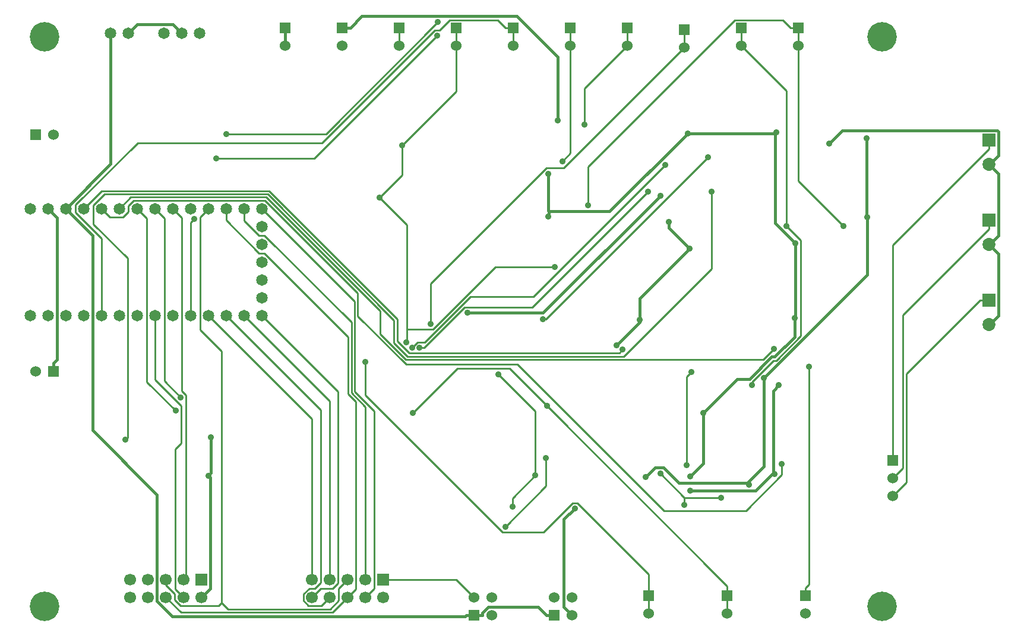
<source format=gbl>
%TF.GenerationSoftware,KiCad,Pcbnew,5.1.7-a382d34a8~87~ubuntu18.04.1*%
%TF.CreationDate,2023-02-22T19:37:10-08:00*%
%TF.ProjectId,potentiostat,706f7465-6e74-4696-9f73-7461742e6b69,rev?*%
%TF.SameCoordinates,Original*%
%TF.FileFunction,Copper,L2,Bot*%
%TF.FilePolarity,Positive*%
%FSLAX46Y46*%
G04 Gerber Fmt 4.6, Leading zero omitted, Abs format (unit mm)*
G04 Created by KiCad (PCBNEW 5.1.7-a382d34a8~87~ubuntu18.04.1) date 2023-02-22 19:37:10*
%MOMM*%
%LPD*%
G01*
G04 APERTURE LIST*
%TA.AperFunction,ComponentPad*%
%ADD10C,1.651000*%
%TD*%
%TA.AperFunction,ComponentPad*%
%ADD11R,1.524000X1.524000*%
%TD*%
%TA.AperFunction,ComponentPad*%
%ADD12C,1.524000*%
%TD*%
%TA.AperFunction,ComponentPad*%
%ADD13C,1.700000*%
%TD*%
%TA.AperFunction,ComponentPad*%
%ADD14R,1.700000X1.700000*%
%TD*%
%TA.AperFunction,ComponentPad*%
%ADD15C,4.200000*%
%TD*%
%TA.AperFunction,ComponentPad*%
%ADD16R,1.854200X1.854200*%
%TD*%
%TA.AperFunction,ComponentPad*%
%ADD17C,1.854200*%
%TD*%
%TA.AperFunction,ViaPad*%
%ADD18C,0.889000*%
%TD*%
%TA.AperFunction,Conductor*%
%ADD19C,0.381000*%
%TD*%
%TA.AperFunction,Conductor*%
%ADD20C,0.254000*%
%TD*%
G04 APERTURE END LIST*
D10*
%TO.P,U2,33*%
%TO.N,Net-(U2-Pad33)*%
X52540000Y-79180000D03*
%TO.P,U2,32*%
%TO.N,/GND*%
X55080000Y-79180000D03*
%TO.P,U2,31*%
%TO.N,/5V*%
X57620000Y-79180000D03*
%TO.P,U2,30*%
%TO.N,/SW_WRK_ELECT*%
X60160000Y-79180000D03*
%TO.P,U2,29*%
%TO.N,/SW_REF_ELECT*%
X62700000Y-79180000D03*
%TO.P,U2,28*%
%TO.N,/SW_CTR_ELECT*%
X65240000Y-79180000D03*
%TO.P,U2,27*%
%TO.N,/TIA_GAIN_A1*%
X67780000Y-79180000D03*
%TO.P,U2,26*%
%TO.N,/TIA_GAIN_A0*%
X70320000Y-79180000D03*
%TO.P,U2,25*%
%TO.N,/D7*%
X72860000Y-79180000D03*
%TO.P,U2,24*%
%TO.N,Net-(U2-Pad24)*%
X75400000Y-79180000D03*
%TO.P,U2,23*%
%TO.N,/SCL*%
X77940000Y-79180000D03*
%TO.P,U2,22*%
%TO.N,/SDA*%
X80480000Y-79180000D03*
%TO.P,U2,21*%
%TO.N,/TX_D1*%
X83020000Y-79180000D03*
%TO.P,U2,20*%
%TO.N,/RX_D0*%
X85560000Y-79180000D03*
%TO.P,U2,19*%
%TO.N,/DAC_GAIN_A1*%
X85560000Y-81720000D03*
%TO.P,U2,18*%
%TO.N,/DAC_GAIN_A0*%
X85560000Y-84260000D03*
%TO.P,U2,17*%
%TO.N,Net-(U2-Pad17)*%
X85560000Y-86800000D03*
%TO.P,U2,16*%
%TO.N,Net-(U2-Pad16)*%
X85560000Y-89340000D03*
%TO.P,U2,15*%
%TO.N,Net-(U2-Pad15)*%
X85560000Y-91880000D03*
%TO.P,U2,14*%
%TO.N,/CS*%
X85560000Y-94420000D03*
%TO.P,U2,13*%
%TO.N,/POCI*%
X83020000Y-94420000D03*
%TO.P,U2,12*%
%TO.N,/PICO*%
X80480000Y-94420000D03*
%TO.P,U2,11*%
%TO.N,/SCK*%
X77940000Y-94420000D03*
%TO.P,U2,10*%
%TO.N,/REF_GAIN_A1*%
X75400000Y-94420000D03*
%TO.P,U2,9*%
%TO.N,/REF_GAIN_A0*%
X72860000Y-94420000D03*
%TO.P,U2,8*%
%TO.N,/A3_D17*%
X70320000Y-94420000D03*
%TO.P,U2,7*%
%TO.N,/REF_ELECT_UNI*%
X67780000Y-94420000D03*
%TO.P,U2,6*%
%TO.N,/TIA_OUT_UNI*%
X65240000Y-94420000D03*
%TO.P,U2,5*%
%TO.N,/DAC_UNI*%
X62700000Y-94420000D03*
%TO.P,U2,4*%
%TO.N,Net-(U2-Pad4)*%
X60160000Y-94420000D03*
%TO.P,U2,3*%
%TO.N,Net-(U2-Pad3)*%
X57620000Y-94420000D03*
%TO.P,U2,2*%
%TO.N,/3V3*%
X55080000Y-94420000D03*
%TO.P,U2,1*%
%TO.N,Net-(U2-Pad1)*%
X52540000Y-94420000D03*
%TD*%
D11*
%TO.P,P5,1*%
%TO.N,/GND*%
X53340000Y-68580000D03*
D12*
%TO.P,P5,2*%
X55880000Y-68580000D03*
%TD*%
D11*
%TO.P,K1,1*%
%TO.N,/CTR_ELECT_OUT*%
X175514000Y-115062000D03*
D12*
%TO.P,K1,2*%
%TO.N,/REF_ELECT_OUT*%
X175514000Y-117602000D03*
%TO.P,K1,3*%
%TO.N,/WRK_ELECT_OUT*%
X175514000Y-120142000D03*
%TD*%
D13*
%TO.P,P14,10*%
%TO.N,/CS*%
X66802000Y-134620000D03*
%TO.P,P14,9*%
%TO.N,/SCK*%
X66802000Y-132080000D03*
%TO.P,P14,8*%
%TO.N,/PICO*%
X69342000Y-134620000D03*
%TO.P,P14,7*%
%TO.N,/POCI*%
X69342000Y-132080000D03*
%TO.P,P14,6*%
%TO.N,/SDA*%
X71882000Y-134620000D03*
%TO.P,P14,5*%
%TO.N,/SCL*%
X71882000Y-132080000D03*
%TO.P,P14,4*%
%TO.N,/A3_D17*%
X74422000Y-134620000D03*
%TO.P,P14,3*%
%TO.N,/D7*%
X74422000Y-132080000D03*
%TO.P,P14,2*%
%TO.N,/GND*%
X76962000Y-134620000D03*
D14*
%TO.P,P14,1*%
%TO.N,/VEXP*%
X76962000Y-132080000D03*
%TD*%
D13*
%TO.P,P13,10*%
%TO.N,/CS*%
X92710000Y-134620000D03*
%TO.P,P13,9*%
%TO.N,/SCK*%
X92710000Y-132080000D03*
%TO.P,P13,8*%
%TO.N,/PICO*%
X95250000Y-134620000D03*
%TO.P,P13,7*%
%TO.N,/POCI*%
X95250000Y-132080000D03*
%TO.P,P13,6*%
%TO.N,/SDA*%
X97790000Y-134620000D03*
%TO.P,P13,5*%
%TO.N,/SCL*%
X97790000Y-132080000D03*
%TO.P,P13,4*%
%TO.N,/RX_D0*%
X100330000Y-134620000D03*
%TO.P,P13,3*%
%TO.N,/TX_D1*%
X100330000Y-132080000D03*
%TO.P,P13,2*%
%TO.N,/GND*%
X102870000Y-134620000D03*
D14*
%TO.P,P13,1*%
%TO.N,/VUEXT*%
X102870000Y-132080000D03*
%TD*%
D11*
%TO.P,P7,1*%
%TO.N,/DAC_BIP*%
X129540000Y-53340000D03*
D12*
%TO.P,P7,2*%
X129540000Y-55880000D03*
%TD*%
D11*
%TO.P,P9,1*%
%TO.N,/DAC_BIP_NX*%
X137668000Y-53340000D03*
D12*
%TO.P,P9,2*%
X137668000Y-55880000D03*
%TD*%
D11*
%TO.P,P20,1*%
%TO.N,/CTR_ELECT*%
X163068000Y-134366000D03*
D12*
%TO.P,P20,2*%
X163068000Y-136906000D03*
%TD*%
%TO.P,P21,2*%
%TO.N,/REF_ELECT_UNI*%
X145796000Y-56134000D03*
D11*
%TO.P,P21,1*%
X145796000Y-53594000D03*
%TD*%
%TO.P,P19,1*%
%TO.N,/REF_ELECT_BUF*%
X153924000Y-53340000D03*
D12*
%TO.P,P19,2*%
X153924000Y-55880000D03*
%TD*%
D11*
%TO.P,P6,1*%
%TO.N,/DAC_UNI*%
X121412000Y-53340000D03*
D12*
%TO.P,P6,2*%
X121412000Y-55880000D03*
%TD*%
D11*
%TO.P,P10,1*%
%TO.N,/REF_1V65*%
X105156000Y-53340000D03*
D12*
%TO.P,P10,2*%
X105156000Y-55880000D03*
%TD*%
D11*
%TO.P,P12,1*%
%TO.N,/+15V*%
X97028000Y-53340000D03*
D12*
%TO.P,P12,2*%
X97028000Y-55880000D03*
%TD*%
D11*
%TO.P,P11,1*%
%TO.N,/-15V*%
X88900000Y-53340000D03*
D12*
%TO.P,P11,2*%
X88900000Y-55880000D03*
%TD*%
D11*
%TO.P,P4,1*%
%TO.N,/GND*%
X55880000Y-102362000D03*
D12*
%TO.P,P4,2*%
X53340000Y-102362000D03*
%TD*%
D11*
%TO.P,P18,1*%
%TO.N,/TIA_OUT_UNI*%
X140716000Y-134366000D03*
D12*
%TO.P,P18,2*%
X140716000Y-136906000D03*
%TD*%
D11*
%TO.P,P17,1*%
%TO.N,/TIA_OUT_BIP*%
X151892000Y-134366000D03*
D12*
%TO.P,P17,2*%
X151892000Y-136906000D03*
%TD*%
D11*
%TO.P,P8,1*%
%TO.N,/REF_NEG_1V65*%
X113284000Y-53340000D03*
D12*
%TO.P,P8,2*%
X113284000Y-55880000D03*
%TD*%
D11*
%TO.P,P16,1*%
%TO.N,/5V*%
X127254000Y-137160000D03*
D12*
%TO.P,P16,2*%
%TO.N,/VEXP*%
X127254000Y-134620000D03*
%TO.P,P16,3*%
%TO.N,/3V3*%
X129794000Y-137160000D03*
%TO.P,P16,4*%
%TO.N,/VEXP*%
X129794000Y-134620000D03*
%TD*%
D11*
%TO.P,P15,1*%
%TO.N,/5V*%
X115824000Y-137160000D03*
D12*
%TO.P,P15,2*%
%TO.N,/VUEXT*%
X115824000Y-134620000D03*
%TO.P,P15,3*%
%TO.N,/3V3*%
X118364000Y-137160000D03*
%TO.P,P15,4*%
%TO.N,/VUEXT*%
X118364000Y-134620000D03*
%TD*%
D15*
%TO.P,H3,*%
%TO.N,*%
X173990000Y-135890000D03*
%TD*%
%TO.P,H4,*%
%TO.N,*%
X54610000Y-135890000D03*
%TD*%
%TO.P,H1,*%
%TO.N,*%
X54610000Y-54610000D03*
%TD*%
%TO.P,H2,*%
%TO.N,*%
X173990000Y-54610000D03*
%TD*%
D11*
%TO.P,P22,1*%
%TO.N,/REF_ELECT_BIP*%
X162052000Y-53340000D03*
D12*
%TO.P,P22,2*%
X162052000Y-55880000D03*
%TD*%
D10*
%TO.P,U6,1*%
%TO.N,/5V*%
X64008000Y-54102000D03*
%TO.P,U6,2*%
%TO.N,/GND*%
X66548000Y-54102000D03*
%TO.P,U6,4*%
%TO.N,/-15V*%
X71628000Y-54102000D03*
%TO.P,U6,5*%
%TO.N,/GND*%
X74168000Y-54102000D03*
%TO.P,U6,6*%
%TO.N,/+15V*%
X76708000Y-54102000D03*
%TD*%
D16*
%TO.P,P1,1*%
%TO.N,/CTR_ELECT_OUT*%
X189230000Y-69369940D03*
D17*
%TO.P,P1,2*%
%TO.N,/GND*%
X189230000Y-72870060D03*
%TD*%
%TO.P,P2,2*%
%TO.N,/GND*%
X189230000Y-84300060D03*
D16*
%TO.P,P2,1*%
%TO.N,/REF_ELECT_OUT*%
X189230000Y-80799940D03*
%TD*%
%TO.P,P3,1*%
%TO.N,/WRK_ELECT_OUT*%
X189230000Y-92229940D03*
D17*
%TO.P,P3,2*%
%TO.N,/GND*%
X189230000Y-95730060D03*
%TD*%
D18*
%TO.N,/3V3*%
X130176000Y-121935500D03*
X142366200Y-77313000D03*
X114864700Y-94014300D03*
%TO.N,/CTR_ELECT*%
X163539000Y-101727000D03*
%TO.N,/DAC_BIP*%
X128422800Y-72383600D03*
%TO.N,/DAC_BIP_NX*%
X131541400Y-67204600D03*
%TO.N,/GND*%
X146558000Y-84836000D03*
X136080100Y-98660100D03*
X139391200Y-95065900D03*
X146612500Y-119389300D03*
X143605100Y-81037000D03*
X158612100Y-117075300D03*
X78333900Y-111809700D03*
X77958200Y-117280900D03*
X159253900Y-104362300D03*
X166466900Y-69850000D03*
%TO.N,/REF_ELECT_BUF*%
X160378800Y-81660900D03*
X155392800Y-104338200D03*
%TO.N,/REF_ELECT_UNI*%
X109603200Y-95616100D03*
%TO.N,/TIA_OUT_BIP*%
X107040800Y-108349400D03*
X126174000Y-107291700D03*
%TO.N,/TIA_OUT_UNI*%
X100347400Y-101074600D03*
%TO.N,/WRK_ELECT*%
X142375000Y-116993100D03*
X145807200Y-121479400D03*
X150996400Y-120396000D03*
%TO.N,/-15V*%
X161521800Y-94779600D03*
X148498100Y-108349600D03*
X161579600Y-84071500D03*
X126422800Y-80264000D03*
X146263800Y-68432000D03*
X126398600Y-74238600D03*
X146607000Y-117396600D03*
X158901300Y-68242500D03*
%TO.N,/+15V*%
X140265500Y-117488100D03*
X171800400Y-69128900D03*
X154982000Y-118548300D03*
X127721900Y-66548000D03*
X157116900Y-103339900D03*
X171873100Y-80391000D03*
%TO.N,/REF_ELECT_BIP*%
X168469300Y-81661000D03*
X132086300Y-78713400D03*
%TO.N,Net-(R27-Pad2)*%
X121265400Y-121675500D03*
X124555200Y-117220800D03*
X119252400Y-102777400D03*
%TO.N,/SW_GAIN_1X*%
X125629900Y-94924000D03*
X149149900Y-71805100D03*
%TO.N,/SW_GAIN_2X*%
X143026700Y-72895300D03*
X106958800Y-99005800D03*
%TO.N,/SW_GAIN_5X*%
X108051400Y-99005800D03*
X140627600Y-76747400D03*
%TO.N,/SW_GAIN_10X*%
X149706000Y-76759800D03*
X66127000Y-112141000D03*
%TO.N,/REF_GAIN_A1*%
X75914800Y-80665800D03*
%TO.N,/SW_WRK_ELECT*%
X137000800Y-99284700D03*
%TO.N,/SW_REF_ELECT*%
X159690100Y-115559900D03*
%TO.N,/SW_CTR_ELECT*%
X158588400Y-99174300D03*
%TO.N,/TIA_GAIN_A1*%
X73280000Y-108005100D03*
%TO.N,/TIA_GAIN_A0*%
X73965400Y-106102200D03*
%TO.N,/SW_GAIN_INV_1X*%
X80529200Y-68501500D03*
X110676600Y-52551100D03*
%TO.N,/SW_GAIN_INV_5X*%
X79073900Y-71960500D03*
X110513400Y-54457300D03*
%TO.N,/SW_TIA_GAIN_4*%
X120255400Y-124546800D03*
X126054600Y-114765800D03*
%TO.N,Net-(U7-Pad10)*%
X146755200Y-102489000D03*
X146090900Y-115767200D03*
%TO.N,/REF_NEG_1V65*%
X127305600Y-87482800D03*
X106161000Y-98258300D03*
X105554400Y-70119800D03*
X102309100Y-77585400D03*
%TD*%
D19*
%TO.N,/3V3*%
X129794000Y-137160000D02*
X128603400Y-135969400D01*
X128603400Y-135969400D02*
X128603400Y-123508100D01*
X128603400Y-123508100D02*
X130176000Y-121935500D01*
X114864700Y-94014300D02*
X125664900Y-94014300D01*
X125664900Y-94014300D02*
X142366200Y-77313000D01*
%TO.N,/5V*%
X64008000Y-54102000D02*
X64008000Y-72792000D01*
X64008000Y-72792000D02*
X57620000Y-79180000D01*
X57620000Y-79180000D02*
X61430000Y-82990000D01*
X61430000Y-82990000D02*
X61430000Y-110800900D01*
X61430000Y-110800900D02*
X70612000Y-119982900D01*
X70612000Y-119982900D02*
X70612000Y-135143300D01*
X70612000Y-135143300D02*
X72805800Y-137337100D01*
X72805800Y-137337100D02*
X114490900Y-137337100D01*
X114490900Y-137337100D02*
X114668000Y-137160000D01*
X115824000Y-137160000D02*
X114668000Y-137160000D01*
X116402000Y-137160000D02*
X115824000Y-137160000D01*
X116402000Y-137160000D02*
X116980000Y-137160000D01*
X127254000Y-137160000D02*
X126098000Y-137160000D01*
X116980000Y-137160000D02*
X116980000Y-136871000D01*
X116980000Y-136871000D02*
X117847000Y-136004000D01*
X117847000Y-136004000D02*
X124942000Y-136004000D01*
X124942000Y-136004000D02*
X126098000Y-137160000D01*
D20*
%TO.N,/CS*%
X92710000Y-134620000D02*
X93980000Y-133350000D01*
X93980000Y-133350000D02*
X95683100Y-133350000D01*
X95683100Y-133350000D02*
X96448500Y-132584600D01*
X96448500Y-132584600D02*
X96448500Y-105308500D01*
X96448500Y-105308500D02*
X85560000Y-94420000D01*
%TO.N,/CTR_ELECT*%
X163068000Y-133273500D02*
X163539000Y-132802500D01*
X163539000Y-132802500D02*
X163539000Y-101727000D01*
X163068000Y-133819700D02*
X163068000Y-134366000D01*
X163068000Y-133819700D02*
X163068000Y-133273500D01*
%TO.N,/DAC_BIP*%
X129540000Y-55880000D02*
X129540000Y-71266400D01*
X129540000Y-71266400D02*
X128422800Y-72383600D01*
X129540000Y-53340000D02*
X129540000Y-55880000D01*
%TO.N,/DAC_BIP_NX*%
X137668000Y-55880000D02*
X131541400Y-62006600D01*
X131541400Y-62006600D02*
X131541400Y-67204600D01*
X137668000Y-53340000D02*
X137668000Y-55880000D01*
%TO.N,/DAC_UNI*%
X120319500Y-53340000D02*
X119226900Y-52247400D01*
X119226900Y-52247400D02*
X112356500Y-52247400D01*
X112356500Y-52247400D02*
X110921600Y-53682300D01*
X110921600Y-53682300D02*
X110192500Y-53682300D01*
X110192500Y-53682300D02*
X94103600Y-69771200D01*
X94103600Y-69771200D02*
X67869400Y-69771200D01*
X67869400Y-69771200D02*
X59002100Y-78638500D01*
X59002100Y-78638500D02*
X59002100Y-79737500D01*
X59002100Y-79737500D02*
X62700000Y-83435400D01*
X62700000Y-83435400D02*
X62700000Y-94420000D01*
X121412000Y-53340000D02*
X120319500Y-53340000D01*
X121412000Y-55880000D02*
X121412000Y-53340000D01*
D19*
%TO.N,/GND*%
X146558000Y-84836000D02*
X139391200Y-92002800D01*
X139391200Y-92002800D02*
X139391200Y-95065900D01*
X143605100Y-81037000D02*
X143605100Y-81883100D01*
X143605100Y-81883100D02*
X146558000Y-84836000D01*
X189230000Y-84300100D02*
X190551200Y-85621300D01*
X190551200Y-85621300D02*
X190551200Y-94408900D01*
X190551200Y-94408900D02*
X189230000Y-95730100D01*
X189230000Y-84300100D02*
X190551200Y-82978900D01*
X190551200Y-82978900D02*
X190551200Y-74191300D01*
X190551200Y-74191300D02*
X189230000Y-72870100D01*
X139391200Y-95065900D02*
X139391200Y-95349000D01*
X139391200Y-95349000D02*
X136080100Y-98660100D01*
X55880000Y-102362000D02*
X55880000Y-101206000D01*
X55080000Y-79180000D02*
X56350000Y-80450000D01*
X56350000Y-80450000D02*
X56350000Y-100736000D01*
X56350000Y-100736000D02*
X55880000Y-101206000D01*
X158441800Y-116905000D02*
X158441800Y-105174400D01*
X158441800Y-105174400D02*
X159253900Y-104362300D01*
X158612100Y-117075300D02*
X158441800Y-116905000D01*
X158441800Y-116905000D02*
X155957500Y-119389300D01*
X155957500Y-119389300D02*
X146612500Y-119389300D01*
X74168000Y-54102000D02*
X72908800Y-52842800D01*
X72908800Y-52842800D02*
X67807200Y-52842800D01*
X67807200Y-52842800D02*
X66548000Y-54102000D01*
X77958200Y-117280900D02*
X78333900Y-116905200D01*
X78333900Y-116905200D02*
X78333900Y-111809700D01*
X76962000Y-134620000D02*
X78240000Y-133342000D01*
X78240000Y-133342000D02*
X78240000Y-117562700D01*
X78240000Y-117562700D02*
X77958200Y-117280900D01*
X189230000Y-72870100D02*
X190551200Y-71548900D01*
X190551200Y-71548900D02*
X190551200Y-68211400D01*
X190551200Y-68211400D02*
X190366600Y-68026800D01*
X190366600Y-68026800D02*
X168290100Y-68026800D01*
X168290100Y-68026800D02*
X166466900Y-69850000D01*
D20*
%TO.N,/REF_ELECT_BUF*%
X155392800Y-104338200D02*
X155392800Y-103946300D01*
X155392800Y-103946300D02*
X158513000Y-100826100D01*
X158513000Y-100826100D02*
X158906100Y-100826100D01*
X158906100Y-100826100D02*
X162397200Y-97335000D01*
X162397200Y-97335000D02*
X162397200Y-83679300D01*
X162397200Y-83679300D02*
X160378800Y-81660900D01*
X153924000Y-55880000D02*
X160378800Y-62334800D01*
X160378800Y-62334800D02*
X160378800Y-81660900D01*
X153924000Y-55880000D02*
X153924000Y-53340000D01*
%TO.N,/REF_ELECT_UNI*%
X145796000Y-56134000D02*
X145796000Y-53594000D01*
X109603200Y-95616100D02*
X109603200Y-89873900D01*
X109603200Y-89873900D02*
X126091800Y-73385300D01*
X126091800Y-73385300D02*
X128544700Y-73385300D01*
X128544700Y-73385300D02*
X145796000Y-56134000D01*
%TO.N,/SCK*%
X92710000Y-132080000D02*
X92710000Y-109190000D01*
X92710000Y-109190000D02*
X77940000Y-94420000D01*
%TO.N,/SCL*%
X79812800Y-135369600D02*
X79812800Y-99484400D01*
X79812800Y-99484400D02*
X76783900Y-96455500D01*
X76783900Y-96455500D02*
X76783900Y-80336100D01*
X76783900Y-80336100D02*
X77940000Y-79180000D01*
X71882000Y-132080000D02*
X71882000Y-132838800D01*
X71882000Y-132838800D02*
X73152000Y-134108800D01*
X73152000Y-134108800D02*
X73152000Y-135023200D01*
X73152000Y-135023200D02*
X73955900Y-135827100D01*
X73955900Y-135827100D02*
X79355300Y-135827100D01*
X79355300Y-135827100D02*
X79812800Y-135369600D01*
X97790000Y-132080000D02*
X96520000Y-133350000D01*
X96520000Y-133350000D02*
X96520000Y-135068200D01*
X96520000Y-135068200D02*
X95278800Y-136309400D01*
X95278800Y-136309400D02*
X80752600Y-136309400D01*
X80752600Y-136309400D02*
X79812800Y-135369600D01*
%TO.N,/SDA*%
X80480000Y-79180000D02*
X80480000Y-80818400D01*
X80480000Y-80818400D02*
X85191600Y-85530000D01*
X85191600Y-85530000D02*
X85951700Y-85530000D01*
X85951700Y-85530000D02*
X97868800Y-97447100D01*
X97868800Y-97447100D02*
X97868800Y-105636800D01*
X97868800Y-105636800D02*
X98980600Y-106748600D01*
X98980600Y-106748600D02*
X98980600Y-133429400D01*
X98980600Y-133429400D02*
X97790000Y-134620000D01*
X71882000Y-134620000D02*
X74029400Y-136767400D01*
X74029400Y-136767400D02*
X95642600Y-136767400D01*
X95642600Y-136767400D02*
X97790000Y-134620000D01*
%TO.N,/TIA_OUT_BIP*%
X107040800Y-108349400D02*
X113419600Y-101970600D01*
X113419600Y-101970600D02*
X120852900Y-101970600D01*
X120852900Y-101970600D02*
X126174000Y-107291700D01*
X126174000Y-107291700D02*
X151892000Y-133009700D01*
X151892000Y-133009700D02*
X151892000Y-133273500D01*
X151892000Y-134366000D02*
X151892000Y-133273500D01*
X151892000Y-136906000D02*
X151892000Y-134366000D01*
%TO.N,/TIA_OUT_UNI*%
X140716000Y-134366000D02*
X140716000Y-131371800D01*
X140716000Y-131371800D02*
X130504700Y-121160500D01*
X130504700Y-121160500D02*
X129855100Y-121160500D01*
X129855100Y-121160500D02*
X125693700Y-125321900D01*
X125693700Y-125321900D02*
X119860900Y-125321900D01*
X119860900Y-125321900D02*
X100347400Y-105808400D01*
X100347400Y-105808400D02*
X100347400Y-101074600D01*
X140716000Y-136906000D02*
X140716000Y-134366000D01*
%TO.N,/VUEXT*%
X102870000Y-132080000D02*
X113284000Y-132080000D01*
X113284000Y-132080000D02*
X115824000Y-134620000D01*
%TO.N,/WRK_ELECT*%
X145807200Y-120396000D02*
X145807200Y-121479400D01*
X145807200Y-120396000D02*
X145777900Y-120396000D01*
X145777900Y-120396000D02*
X142375000Y-116993100D01*
X150996400Y-120396000D02*
X145807200Y-120396000D01*
D19*
%TO.N,/-15V*%
X148498100Y-108349600D02*
X153348100Y-103499600D01*
X153348100Y-103499600D02*
X155051300Y-103499600D01*
X155051300Y-103499600D02*
X158245800Y-100305100D01*
X158245800Y-100305100D02*
X158666900Y-100305100D01*
X158666900Y-100305100D02*
X161521800Y-97450200D01*
X161521800Y-97450200D02*
X161521800Y-94779600D01*
X146607000Y-117396600D02*
X148498100Y-115505500D01*
X148498100Y-115505500D02*
X148498100Y-108349600D01*
X158721500Y-68432000D02*
X158721500Y-81213400D01*
X158721500Y-81213400D02*
X161579600Y-84071500D01*
X161579600Y-84071500D02*
X161579600Y-94721800D01*
X161579600Y-94721800D02*
X161521800Y-94779600D01*
X158721500Y-68432000D02*
X158721500Y-68422300D01*
X158721500Y-68422300D02*
X158901300Y-68242500D01*
X126497000Y-79572900D02*
X126497000Y-80189800D01*
X126497000Y-80189800D02*
X126422800Y-80264000D01*
X126398600Y-74238600D02*
X126398600Y-79474500D01*
X126398600Y-79474500D02*
X126497000Y-79572900D01*
X126497000Y-79572900D02*
X135122900Y-79572900D01*
X135122900Y-79572900D02*
X146263800Y-68432000D01*
X146263800Y-68432000D02*
X158721500Y-68432000D01*
X88900000Y-55880000D02*
X88900000Y-53340000D01*
%TO.N,/+15V*%
X157116900Y-103339900D02*
X157129100Y-103339900D01*
X157129100Y-103339900D02*
X171873100Y-88595900D01*
X171873100Y-88595900D02*
X171873100Y-80391000D01*
X154730300Y-118296600D02*
X144997200Y-118296600D01*
X144997200Y-118296600D02*
X142826700Y-116126100D01*
X142826700Y-116126100D02*
X141627500Y-116126100D01*
X141627500Y-116126100D02*
X140265500Y-117488100D01*
X154982000Y-118548300D02*
X154730300Y-118296600D01*
X154730300Y-118296600D02*
X157116900Y-115910000D01*
X157116900Y-115910000D02*
X157116900Y-103339900D01*
X171873100Y-80391000D02*
X171800400Y-80318300D01*
X171800400Y-80318300D02*
X171800400Y-69128900D01*
X98184000Y-53340000D02*
X99822400Y-51701600D01*
X99822400Y-51701600D02*
X121910700Y-51701600D01*
X121910700Y-51701600D02*
X127721900Y-57512800D01*
X127721900Y-57512800D02*
X127721900Y-66548000D01*
X97028000Y-53340000D02*
X98184000Y-53340000D01*
D20*
%TO.N,/WRK_ELECT_OUT*%
X189230000Y-92229900D02*
X187972400Y-92229900D01*
X187972400Y-92229900D02*
X177459400Y-102742900D01*
X177459400Y-102742900D02*
X177459400Y-118196600D01*
X177459400Y-118196600D02*
X175514000Y-120142000D01*
%TO.N,/REF_ELECT_OUT*%
X175514000Y-117602000D02*
X176961400Y-116154600D01*
X176961400Y-116154600D02*
X176961400Y-94326100D01*
X176961400Y-94326100D02*
X189230000Y-82057500D01*
X189230000Y-80799900D02*
X189230000Y-82057500D01*
%TO.N,/CTR_ELECT_OUT*%
X189230000Y-69369900D02*
X189230000Y-70627500D01*
X189230000Y-70627500D02*
X175514000Y-84343500D01*
X175514000Y-84343500D02*
X175514000Y-115062000D01*
%TO.N,/REF_ELECT_BIP*%
X162052000Y-55880000D02*
X162052000Y-75243700D01*
X162052000Y-75243700D02*
X168469300Y-81661000D01*
X160959500Y-53340000D02*
X159866900Y-52247400D01*
X159866900Y-52247400D02*
X153006600Y-52247400D01*
X153006600Y-52247400D02*
X132086300Y-73167700D01*
X132086300Y-73167700D02*
X132086300Y-78713400D01*
X162052000Y-55880000D02*
X162052000Y-53340000D01*
X162052000Y-53340000D02*
X160959500Y-53340000D01*
%TO.N,Net-(R27-Pad2)*%
X124555200Y-117220800D02*
X121265400Y-120510600D01*
X121265400Y-120510600D02*
X121265400Y-121675500D01*
X119252400Y-102777400D02*
X124555200Y-108080200D01*
X124555200Y-108080200D02*
X124555200Y-117220800D01*
%TO.N,/SW_GAIN_1X*%
X149149900Y-71805100D02*
X126031100Y-94923900D01*
X126031100Y-94923900D02*
X125629900Y-94923900D01*
X125629900Y-94923900D02*
X125629900Y-94924000D01*
%TO.N,/SW_GAIN_2X*%
X106958800Y-99005800D02*
X106958800Y-99002400D01*
X106958800Y-99002400D02*
X107730400Y-98230800D01*
X107730400Y-98230800D02*
X108768500Y-98230800D01*
X108768500Y-98230800D02*
X115307400Y-91691900D01*
X115307400Y-91691900D02*
X124230100Y-91691900D01*
X124230100Y-91691900D02*
X143026700Y-72895300D01*
%TO.N,/SW_GAIN_5X*%
X140627600Y-76747400D02*
X124135700Y-93239300D01*
X124135700Y-93239300D02*
X114443900Y-93239300D01*
X114443900Y-93239300D02*
X108677400Y-99005800D01*
X108677400Y-99005800D02*
X108051400Y-99005800D01*
%TO.N,/SW_GAIN_10X*%
X149706000Y-76759800D02*
X149706000Y-87710500D01*
X149706000Y-87710500D02*
X137178100Y-100238400D01*
X137178100Y-100238400D02*
X106289900Y-100238400D01*
X106289900Y-100238400D02*
X104402000Y-98350500D01*
X104402000Y-98350500D02*
X104402000Y-95088600D01*
X104402000Y-95088600D02*
X86381500Y-77068100D01*
X86381500Y-77068100D02*
X63152600Y-77068100D01*
X63152600Y-77068100D02*
X61538300Y-78682400D01*
X61538300Y-78682400D02*
X61538300Y-81364000D01*
X61538300Y-81364000D02*
X66431300Y-86257000D01*
X66431300Y-86257000D02*
X66431300Y-111836700D01*
X66431300Y-111836700D02*
X66127000Y-112141000D01*
%TO.N,/REF_GAIN_A1*%
X75400000Y-94420000D02*
X75400000Y-81180600D01*
X75400000Y-81180600D02*
X75914800Y-80665800D01*
%TO.N,/SW_WRK_ELECT*%
X137000800Y-99284700D02*
X136504600Y-99780900D01*
X136504600Y-99780900D02*
X106580300Y-99780900D01*
X106580300Y-99780900D02*
X104859500Y-98060100D01*
X104859500Y-98060100D02*
X104859500Y-94899100D01*
X104859500Y-94899100D02*
X86571000Y-76610600D01*
X86571000Y-76610600D02*
X62729400Y-76610600D01*
X62729400Y-76610600D02*
X60160000Y-79180000D01*
%TO.N,/SW_REF_ELECT*%
X62700000Y-79180000D02*
X63868300Y-80348300D01*
X63868300Y-80348300D02*
X65754500Y-80348300D01*
X65754500Y-80348300D02*
X66510000Y-79592800D01*
X66510000Y-79592800D02*
X66510000Y-78763600D01*
X66510000Y-78763600D02*
X67290500Y-77983100D01*
X67290500Y-77983100D02*
X86002500Y-77983100D01*
X86002500Y-77983100D02*
X99241400Y-91222000D01*
X99241400Y-91222000D02*
X99241400Y-94487100D01*
X99241400Y-94487100D02*
X106136400Y-101382100D01*
X106136400Y-101382100D02*
X121987600Y-101382100D01*
X121987600Y-101382100D02*
X142863900Y-122258400D01*
X142863900Y-122258400D02*
X154573400Y-122258400D01*
X154573400Y-122258400D02*
X159690100Y-117141700D01*
X159690100Y-117141700D02*
X159690100Y-115559900D01*
%TO.N,/SW_CTR_ELECT*%
X158588400Y-99174300D02*
X157066700Y-100696000D01*
X157066700Y-100696000D02*
X106097300Y-100696000D01*
X106097300Y-100696000D02*
X102438200Y-97036900D01*
X102438200Y-97036900D02*
X102438200Y-93771800D01*
X102438200Y-93771800D02*
X86192000Y-77525600D01*
X86192000Y-77525600D02*
X66894400Y-77525600D01*
X66894400Y-77525600D02*
X65240000Y-79180000D01*
%TO.N,/TIA_GAIN_A1*%
X73280000Y-108005100D02*
X69164000Y-103889100D01*
X69164000Y-103889100D02*
X69164000Y-80564000D01*
X69164000Y-80564000D02*
X67780000Y-79180000D01*
%TO.N,/TIA_GAIN_A0*%
X70320000Y-79180000D02*
X71648700Y-80508700D01*
X71648700Y-80508700D02*
X71648700Y-103785500D01*
X71648700Y-103785500D02*
X73965400Y-106102200D01*
%TO.N,/SW_GAIN_INV_1X*%
X110676600Y-52551100D02*
X94726200Y-68501500D01*
X94726200Y-68501500D02*
X80529200Y-68501500D01*
%TO.N,/SW_GAIN_INV_5X*%
X110513400Y-54457300D02*
X93010200Y-71960500D01*
X93010200Y-71960500D02*
X79073900Y-71960500D01*
%TO.N,/SW_TIA_GAIN_4*%
X126054600Y-114765800D02*
X126054600Y-118747600D01*
X126054600Y-118747600D02*
X120255400Y-124546800D01*
%TO.N,Net-(U7-Pad10)*%
X146090900Y-115767200D02*
X146090900Y-103153300D01*
X146090900Y-103153300D02*
X146755200Y-102489000D01*
%TO.N,/PICO*%
X80480000Y-94420000D02*
X93926100Y-107866100D01*
X93926100Y-107866100D02*
X93926100Y-132541900D01*
X93926100Y-132541900D02*
X93118000Y-133350000D01*
X93118000Y-133350000D02*
X92309400Y-133350000D01*
X92309400Y-133350000D02*
X91493200Y-134166200D01*
X91493200Y-134166200D02*
X91493200Y-135098200D01*
X91493200Y-135098200D02*
X92196100Y-135801100D01*
X92196100Y-135801100D02*
X94068900Y-135801100D01*
X94068900Y-135801100D02*
X95250000Y-134620000D01*
%TO.N,/POCI*%
X95250000Y-132080000D02*
X95250000Y-106650000D01*
X95250000Y-106650000D02*
X83020000Y-94420000D01*
%TO.N,/RX_D0*%
X85560000Y-79180000D02*
X98783800Y-92403800D01*
X98783800Y-92403800D02*
X98783800Y-105257700D01*
X98783800Y-105257700D02*
X101548000Y-108021900D01*
X101548000Y-108021900D02*
X101548000Y-133402000D01*
X101548000Y-133402000D02*
X100330000Y-134620000D01*
%TO.N,/TX_D1*%
X83020000Y-79180000D02*
X83020000Y-80871100D01*
X83020000Y-80871100D02*
X85138900Y-82990000D01*
X85138900Y-82990000D02*
X85927500Y-82990000D01*
X85927500Y-82990000D02*
X98326300Y-95388800D01*
X98326300Y-95388800D02*
X98326300Y-105447200D01*
X98326300Y-105447200D02*
X100330000Y-107450900D01*
X100330000Y-107450900D02*
X100330000Y-132080000D01*
%TO.N,/A3_D17*%
X74422000Y-134620000D02*
X73225100Y-133423100D01*
X73225100Y-133423100D02*
X73225100Y-113493300D01*
X73225100Y-113493300D02*
X74068800Y-112649600D01*
X74068800Y-112649600D02*
X74068800Y-107301800D01*
X74068800Y-107301800D02*
X70320000Y-103553000D01*
X70320000Y-103553000D02*
X70320000Y-94420000D01*
%TO.N,/D7*%
X74422000Y-132080000D02*
X74740400Y-131761600D01*
X74740400Y-131761600D02*
X74740400Y-105781200D01*
X74740400Y-105781200D02*
X74130000Y-105170800D01*
X74130000Y-105170800D02*
X74130000Y-80450000D01*
X74130000Y-80450000D02*
X72860000Y-79180000D01*
%TO.N,/REF_NEG_1V65*%
X106226700Y-96393700D02*
X106226700Y-98192600D01*
X106226700Y-98192600D02*
X106161000Y-98258300D01*
X102309100Y-77585400D02*
X106226700Y-81503000D01*
X106226700Y-81503000D02*
X106226700Y-96393700D01*
X106226700Y-96393700D02*
X109958400Y-96393700D01*
X109958400Y-96393700D02*
X118869300Y-87482800D01*
X118869300Y-87482800D02*
X127305600Y-87482800D01*
X113284000Y-55880000D02*
X113284000Y-62390200D01*
X113284000Y-62390200D02*
X105554400Y-70119800D01*
X102309100Y-77585400D02*
X105554400Y-74340100D01*
X105554400Y-74340100D02*
X105554400Y-70119800D01*
X113284000Y-55880000D02*
X113284000Y-53340000D01*
%TO.N,/REF_1V65*%
X105156000Y-53340000D02*
X105156000Y-55880000D01*
%TD*%
M02*

</source>
